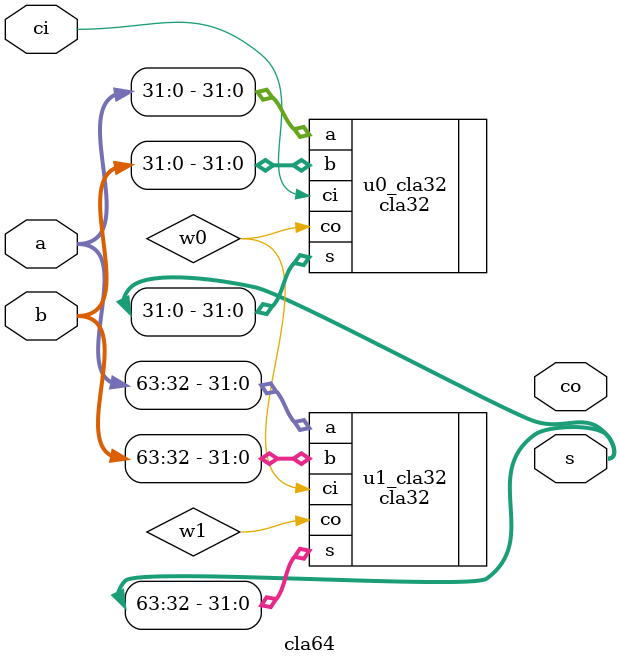
<source format=v>
module cla64(a, b, ci, co, s);
	input [63:0] a, b;
	input ci;
	output co;
	output [63:0] s;
	
	wire w0, w1, w2;

	cla32 u0_cla32(.a(a[31:0]), .b(b[31:0]), .ci(ci), .co(w0), .s(s[31:0]));
	cla32 u1_cla32(.a(a[63:32]), .b(b[63:32]), .ci(w0), .co(w1), .s(s[63:32]));
endmodule

</source>
